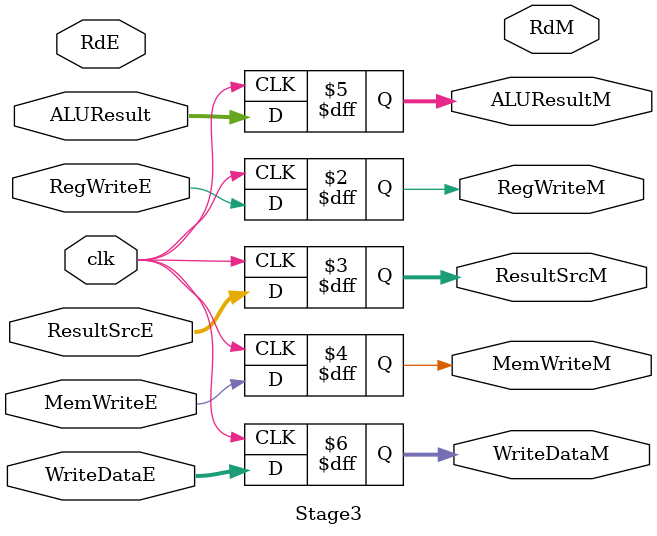
<source format=sv>
module Stage3#(
    parameter DATA_WIDTH = 32
)(
    input logic                     clk,
 

    // control input 
    input logic                        RegWriteE,
    input logic[1:0]                   ResultSrcE,
    input logic                        MemWriteE,
    // ALU input
    input logic[DATA_WIDTH-1:0]        ALUResult,
    //regfile input
    input logic[DATA_WIDTH-1:0]        WriteDataE,
    //rd
    input logic[4:0]                   RdE,
    
   

    // control output 
    output logic                        RegWriteM,
    output logic[1:0]                   ResultSrcM,
    output logic                        MemWriteM,
    // ALU output
    output logic[DATA_WIDTH-1:0]        ALUResultM,
    //regfile output
    output logic[DATA_WIDTH-1:0]        WriteDataM,
     //rd
    output logic[4:0]                   RdM,
   
    

);

always_ff @(posedge clk) begin
        //control
        RegWriteM <= RegWriteE;
        ResultSrcM <= ResultSrcE;
        MemWriteM <= MemWriteE;
        //alu
        ALUResultM <= ALUResult;
        //regfile
        WriteDataM <= WriteDataE;
       
       
    end
// end
    
endmodule

</source>
